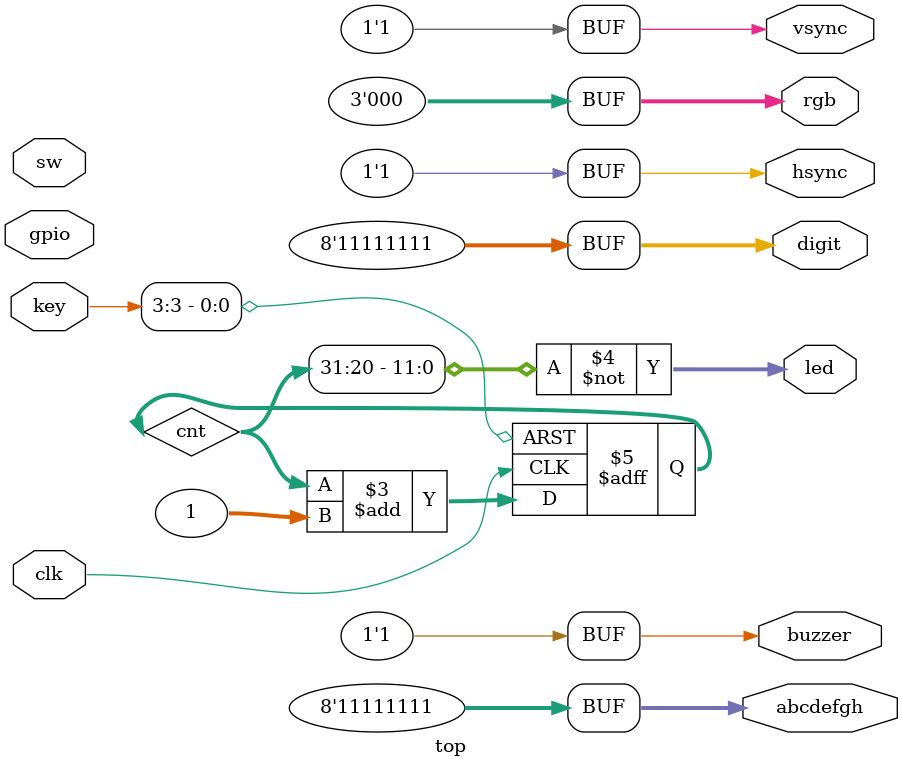
<source format=v>
`include "config.vh"

module top
(
    input         clk,
    input  [ 3:0] key,
    input  [ 7:0] sw,
    output [11:0] led,

    output [ 7:0] abcdefgh,
    output [ 7:0] digit,

    output        buzzer,

    output        vsync,
    output        hsync,
    output [ 2:0] rgb,

    inout  [18:0] gpio
);

    wire reset = ~ key [3];

    assign abcdefgh = 8'hff;
    assign digit    = 8'hff;
    assign buzzer   = 1'b1;
    assign hsync    = 1'b1;
    assign vsync    = 1'b1;
    assign rgb      = 3'b0;

    // Exercise 1: Free running counter.
    // How do you change the speed of LED blinking?
    // Try different bit slices to display.

    reg [31:0] cnt;
    
    always @ (posedge clk or posedge reset)
      if (reset)
        cnt <= 32'b0;
      else
        cnt <= cnt + 32'b1;
        
    assign led = ~ cnt [31:20];

    // Exercise 2: Key-controlled counter.
    // Comment out the code above.
    // Uncomment and synthesized the following code.
    // Press the key to see the counter incrementing.
    // Notice that the increment may not be always 1.
    // Why? Hint: google "switch bounce" and "debouncing".

    /*

    reg key_r;
    
    always @ (posedge clk or posedge reset)
      if (reset)
        key_r <= 1'b0;
      else
        key_r <= key [0];
        
    wire key_pressed = ~ key [0] & key_r;

    reg [11:0] cnt;

    always @ (posedge clk or posedge reset)
      if (reset)
        cnt <= 12'b0;
      else if (key_pressed)
        cnt <= cnt + 12'b1;
        
    assign led = ~ cnt;
    
    */

    // Exercise 3 (advanced): Instantiate ../../common/sync_and_debounce.v
    // module to de-bounce the key. Or write the debouncer by yourself.

endmodule

</source>
